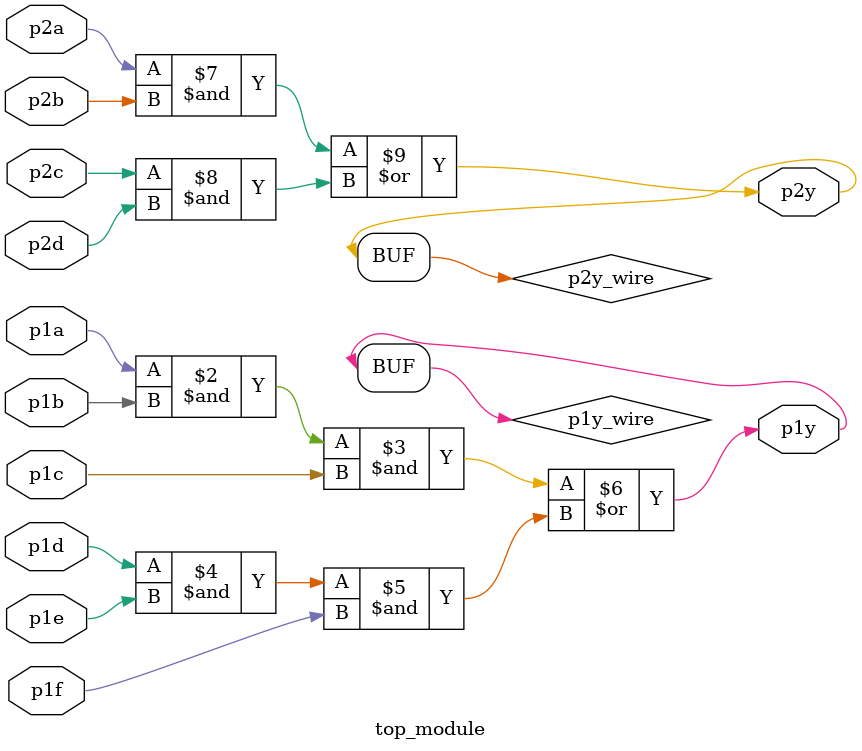
<source format=sv>
module top_module(
    input p1a, 
    input p1b, 
    input p1c, 
    input p1d,
    input p1e,
    input p1f,
    output p1y, 
    input p2a, 
    input p2b, 
    input p2c, 
    input p2d, 
    output p2y
);

    reg p1y_wire;
    reg p2y_wire;
    
    assign p1y = p1y_wire;
    assign p2y = p2y_wire;
    
    always @(*) begin
        p1y_wire = (p1a & p1b & p1c) | (p1d & p1e & p1f);
        p2y_wire = (p2a & p2b) | (p2c & p2d);
    end

endmodule

</source>
